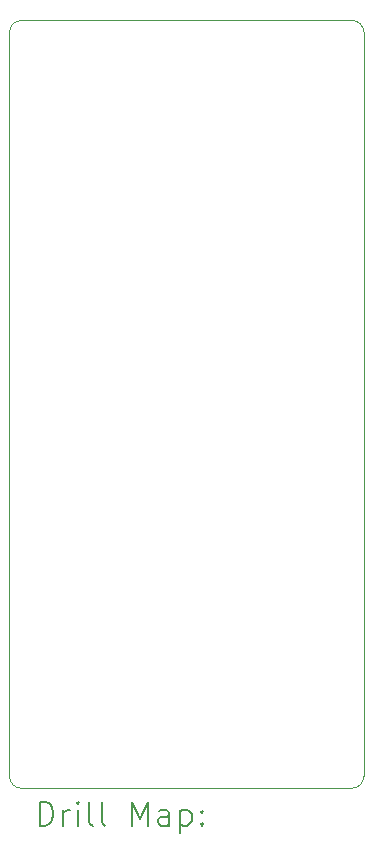
<source format=gbr>
%TF.GenerationSoftware,KiCad,Pcbnew,7.0.6*%
%TF.CreationDate,2024-05-06T19:07:53-07:00*%
%TF.ProjectId,2400_TCXO_RPi,32343030-5f54-4435-984f-5f5250692e6b,1.0*%
%TF.SameCoordinates,Original*%
%TF.FileFunction,Drillmap*%
%TF.FilePolarity,Positive*%
%FSLAX45Y45*%
G04 Gerber Fmt 4.5, Leading zero omitted, Abs format (unit mm)*
G04 Created by KiCad (PCBNEW 7.0.6) date 2024-05-06 19:07:53*
%MOMM*%
%LPD*%
G01*
G04 APERTURE LIST*
%ADD10C,0.100000*%
%ADD11C,0.200000*%
G04 APERTURE END LIST*
D10*
X12605000Y-4817000D02*
G75*
G03*
X12505000Y-4917000I0J-100000D01*
G01*
X15505000Y-4917000D02*
G75*
G03*
X15405000Y-4817000I-100000J0D01*
G01*
X12505000Y-4917000D02*
X12505000Y-11217000D01*
X15405000Y-4817000D02*
X12605000Y-4817000D01*
X15505000Y-11217000D02*
X15505000Y-4917000D01*
X12605000Y-11317000D02*
X15405000Y-11317000D01*
X15405000Y-11317000D02*
G75*
G03*
X15505000Y-11217000I0J100000D01*
G01*
X12505000Y-11217000D02*
G75*
G03*
X12605000Y-11317000I100000J0D01*
G01*
D11*
X12760777Y-11633484D02*
X12760777Y-11433484D01*
X12760777Y-11433484D02*
X12808396Y-11433484D01*
X12808396Y-11433484D02*
X12836967Y-11443008D01*
X12836967Y-11443008D02*
X12856015Y-11462055D01*
X12856015Y-11462055D02*
X12865539Y-11481103D01*
X12865539Y-11481103D02*
X12875062Y-11519198D01*
X12875062Y-11519198D02*
X12875062Y-11547769D01*
X12875062Y-11547769D02*
X12865539Y-11585865D01*
X12865539Y-11585865D02*
X12856015Y-11604912D01*
X12856015Y-11604912D02*
X12836967Y-11623960D01*
X12836967Y-11623960D02*
X12808396Y-11633484D01*
X12808396Y-11633484D02*
X12760777Y-11633484D01*
X12960777Y-11633484D02*
X12960777Y-11500150D01*
X12960777Y-11538246D02*
X12970301Y-11519198D01*
X12970301Y-11519198D02*
X12979824Y-11509674D01*
X12979824Y-11509674D02*
X12998872Y-11500150D01*
X12998872Y-11500150D02*
X13017920Y-11500150D01*
X13084586Y-11633484D02*
X13084586Y-11500150D01*
X13084586Y-11433484D02*
X13075062Y-11443008D01*
X13075062Y-11443008D02*
X13084586Y-11452531D01*
X13084586Y-11452531D02*
X13094110Y-11443008D01*
X13094110Y-11443008D02*
X13084586Y-11433484D01*
X13084586Y-11433484D02*
X13084586Y-11452531D01*
X13208396Y-11633484D02*
X13189348Y-11623960D01*
X13189348Y-11623960D02*
X13179824Y-11604912D01*
X13179824Y-11604912D02*
X13179824Y-11433484D01*
X13313158Y-11633484D02*
X13294110Y-11623960D01*
X13294110Y-11623960D02*
X13284586Y-11604912D01*
X13284586Y-11604912D02*
X13284586Y-11433484D01*
X13541729Y-11633484D02*
X13541729Y-11433484D01*
X13541729Y-11433484D02*
X13608396Y-11576341D01*
X13608396Y-11576341D02*
X13675062Y-11433484D01*
X13675062Y-11433484D02*
X13675062Y-11633484D01*
X13856015Y-11633484D02*
X13856015Y-11528722D01*
X13856015Y-11528722D02*
X13846491Y-11509674D01*
X13846491Y-11509674D02*
X13827443Y-11500150D01*
X13827443Y-11500150D02*
X13789348Y-11500150D01*
X13789348Y-11500150D02*
X13770301Y-11509674D01*
X13856015Y-11623960D02*
X13836967Y-11633484D01*
X13836967Y-11633484D02*
X13789348Y-11633484D01*
X13789348Y-11633484D02*
X13770301Y-11623960D01*
X13770301Y-11623960D02*
X13760777Y-11604912D01*
X13760777Y-11604912D02*
X13760777Y-11585865D01*
X13760777Y-11585865D02*
X13770301Y-11566817D01*
X13770301Y-11566817D02*
X13789348Y-11557293D01*
X13789348Y-11557293D02*
X13836967Y-11557293D01*
X13836967Y-11557293D02*
X13856015Y-11547769D01*
X13951253Y-11500150D02*
X13951253Y-11700150D01*
X13951253Y-11509674D02*
X13970301Y-11500150D01*
X13970301Y-11500150D02*
X14008396Y-11500150D01*
X14008396Y-11500150D02*
X14027443Y-11509674D01*
X14027443Y-11509674D02*
X14036967Y-11519198D01*
X14036967Y-11519198D02*
X14046491Y-11538246D01*
X14046491Y-11538246D02*
X14046491Y-11595388D01*
X14046491Y-11595388D02*
X14036967Y-11614436D01*
X14036967Y-11614436D02*
X14027443Y-11623960D01*
X14027443Y-11623960D02*
X14008396Y-11633484D01*
X14008396Y-11633484D02*
X13970301Y-11633484D01*
X13970301Y-11633484D02*
X13951253Y-11623960D01*
X14132205Y-11614436D02*
X14141729Y-11623960D01*
X14141729Y-11623960D02*
X14132205Y-11633484D01*
X14132205Y-11633484D02*
X14122682Y-11623960D01*
X14122682Y-11623960D02*
X14132205Y-11614436D01*
X14132205Y-11614436D02*
X14132205Y-11633484D01*
X14132205Y-11509674D02*
X14141729Y-11519198D01*
X14141729Y-11519198D02*
X14132205Y-11528722D01*
X14132205Y-11528722D02*
X14122682Y-11519198D01*
X14122682Y-11519198D02*
X14132205Y-11509674D01*
X14132205Y-11509674D02*
X14132205Y-11528722D01*
M02*

</source>
